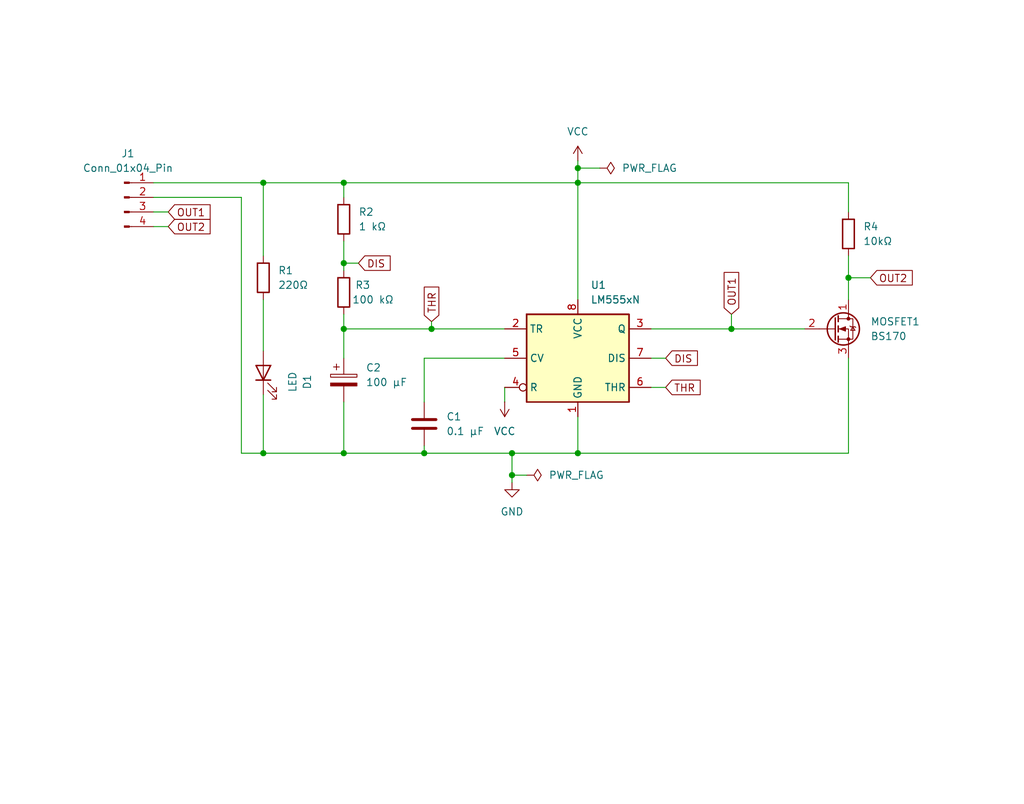
<source format=kicad_sch>
(kicad_sch (version 20231120) (generator "eeschema") (generator_version "8.0")
  (paper "User" 177.8 139.7)
  (title_block (title "555 Timer Circuit") (date "2025-01-15") (rev "V1") (company "Nandan R Pai") (comment 1 "NNM22AM033, Dept. of AIML"))
  (lib_symbols
    (symbol "Connector:Conn_01x04_Pin" (pin_names (offset 1.016) hide)
      (property "Reference" "J" (at 0 5.08 0))
      (property "Value" "Conn_01x04_Pin" (at 0 -7.62 0))
      (symbol "Conn_01x04_Pin_1_1"
        (polyline (pts (xy 1.27 -5.08) (xy 0.8636 -5.08)) (stroke (width 0.1524)))
        (polyline (pts (xy 1.27 -2.54) (xy 0.8636 -2.54)) (stroke (width 0.1524)))
        (polyline (pts (xy 1.27 0) (xy 0.8636 0)) (stroke (width 0.1524)))
        (polyline (pts (xy 1.27 2.54) (xy 0.8636 2.54)) (stroke (width 0.1524)))
        (rectangle (start 0.8636 -4.953) (end 0 -5.207) (stroke (width 0.1524)) (fill (type outline)))
        (rectangle (start 0.8636 -2.413) (end 0 -2.667) (stroke (width 0.1524)) (fill (type outline)))
        (rectangle (start 0.8636 0.127) (end 0 -0.127) (stroke (width 0.1524)) (fill (type outline)))
        (rectangle (start 0.8636 2.667) (end 0 2.413) (stroke (width 0.1524)) (fill (type outline)))
        (pin passive line (at 5.08 2.54 180) (length 3.81) (name "Pin_1") (number "1"))
        (pin passive line (at 5.08 0 180) (length 3.81) (name "Pin_2") (number "2"))
        (pin passive line (at 5.08 -2.54 180) (length 3.81) (name "Pin_3") (number "3"))
        (pin passive line (at 5.08 -5.08 180) (length 3.81) (name "Pin_4") (number "4"))
      )
    )
    (symbol "Device:C" (pin_numbers hide) (pin_names (offset 0.254))
      (property "Reference" "C" (at 0.635 2.54 0))
      (property "Value" "C" (at 0.635 -2.54 0))
      (symbol "C_0_1"
        (polyline (pts (xy -2.032 -0.762) (xy 2.032 -0.762)) (stroke (width 0.508)))
        (polyline (pts (xy -2.032 0.762) (xy 2.032 0.762)) (stroke (width 0.508)))
      )
      (symbol "C_1_1"
        (pin passive line (at 0 3.81 270) (length 2.794) (name "~") (number "1"))
        (pin passive line (at 0 -3.81 90) (length 2.794) (name "~") (number "2"))
      )
    )
    (symbol "Device:C_Polarized" (pin_numbers hide) (pin_names (offset 0.254))
      (property "Reference" "C" (at 0.635 2.54 0))
      (property "Value" "C_Polarized" (at 0.635 -2.54 0))
      (symbol "C_Polarized_0_1"
        (rectangle (start -2.286 0.508) (end 2.286 1.016))
        (polyline (pts (xy -1.778 2.286) (xy -0.762 2.286)))
        (polyline (pts (xy -1.27 2.794) (xy -1.27 1.778)))
        (rectangle (start 2.286 -0.508) (end -2.286 -1.016) (fill (type outline)))
      )
      (symbol "C_Polarized_1_1"
        (pin passive line (at 0 3.81 270) (length 2.794) (name "~") (number "1"))
        (pin passive line (at 0 -3.81 90) (length 2.794) (name "~") (number "2"))
      )
    )
    (symbol "Device:LED" (pin_numbers hide) (pin_names (offset 1.016) hide)
      (property "Reference" "D" (at 0 2.54 0))
      (property "Value" "LED" (at 0 -2.54 0))
      (symbol "LED_0_1"
        (polyline (pts (xy -1.27 -1.27) (xy -1.27 1.27)) (stroke (width 0.254)))
        (polyline (pts (xy -1.27 0) (xy 1.27 0)))
        (polyline (pts (xy 1.27 -1.27) (xy 1.27 1.27) (xy -1.27 0) (xy 1.27 -1.27)) (stroke (width 0.254)))
        (polyline (pts (xy -3.048 -0.762) (xy -4.572 -2.286) (xy -3.81 -2.286) (xy -4.572 -2.286) (xy -4.572 -1.524)))
        (polyline (pts (xy -1.778 -0.762) (xy -3.302 -2.286) (xy -2.54 -2.286) (xy -3.302 -2.286) (xy -3.302 -1.524)))
      )
      (symbol "LED_1_1"
        (pin passive line (at -3.81 0 0) (length 2.54) (name "K") (number "1"))
        (pin passive line (at 3.81 0 180) (length 2.54) (name "A") (number "2"))
      )
    )
    (symbol "Device:R" (pin_numbers hide) (pin_names (offset 0))
      (property "Reference" "R" (at 2.032 0 90))
      (property "Value" "R" (at 0 0 90))
      (symbol "R_0_1"
        (rectangle (start -1.016 -2.54) (end 1.016 2.54) (stroke (width 0.254)))
      )
      (symbol "R_1_1"
        (pin passive line (at 0 3.81 270) (length 1.27) (name "~") (number "1"))
        (pin passive line (at 0 -3.81 90) (length 1.27) (name "~") (number "2"))
      )
    )
    (symbol "Timer:LM555xN"
      (property "Reference" "U" (at -10.16 8.89 0))
      (property "Value" "LM555xN" (at 2.54 8.89 0))
      (symbol "LM555xN_0_0"
        (pin power_in line (at 0 -10.16 90) (length 2.54) (name "GND") (number "1"))
        (pin power_in line (at 0 10.16 270) (length 2.54) (name "VCC") (number "8"))
      )
      (symbol "LM555xN_0_1"
        (rectangle (start -8.89 -7.62) (end 8.89 7.62) (stroke (width 0.254)) (fill (type background)))
        (rectangle (start -8.89 -7.62) (end 8.89 7.62) (stroke (width 0.254)) (fill (type background)))
      )
      (symbol "LM555xN_1_1"
        (pin input line (at -12.7 5.08 0) (length 3.81) (name "TR") (number "2"))
        (pin output line (at 12.7 5.08 180) (length 3.81) (name "Q") (number "3"))
        (pin input inverted (at -12.7 -5.08 0) (length 3.81) (name "R") (number "4"))
        (pin input line (at -12.7 0 0) (length 3.81) (name "CV") (number "5"))
        (pin input line (at 12.7 -5.08 180) (length 3.81) (name "THR") (number "6"))
        (pin input line (at 12.7 0 180) (length 3.81) (name "DIS") (number "7"))
      )
    )
    (symbol "Transistor_FET:BS170" (pin_names hide)
      (property "Reference" "Q" (at 5.08 1.905 0))
      (property "Value" "BS170" (at 5.08 0 0))
      (symbol "BS170_0_1"
        (polyline (pts (xy 0.254 0) (xy -2.54 0)))
        (polyline (pts (xy 0.254 1.905) (xy 0.254 -1.905)) (stroke (width 0.254)))
        (polyline (pts (xy 0.762 -1.27) (xy 0.762 -2.286)) (stroke (width 0.254)))
        (polyline (pts (xy 0.762 0.508) (xy 0.762 -0.508)) (stroke (width 0.254)))
        (polyline (pts (xy 0.762 2.286) (xy 0.762 1.27)) (stroke (width 0.254)))
        (polyline (pts (xy 2.54 2.54) (xy 2.54 1.778)))
        (polyline (pts (xy 2.54 -2.54) (xy 2.54 0) (xy 0.762 0)))
        (polyline (pts (xy 0.762 -1.778) (xy 3.302 -1.778) (xy 3.302 1.778) (xy 0.762 1.778)))
        (polyline (pts (xy 1.016 0) (xy 2.032 0.381) (xy 2.032 -0.381) (xy 1.016 0)) (fill (type outline)))
        (polyline (pts (xy 2.794 0.508) (xy 2.921 0.381) (xy 3.683 0.381) (xy 3.81 0.254)))
        (polyline (pts (xy 3.302 0.381) (xy 2.921 -0.254) (xy 3.683 -0.254) (xy 3.302 0.381)))
        (circle (center 1.651 0) (radius 2.794) (stroke (width 0.254)))
        (circle (center 2.54 -1.778) (radius 0.254) (fill (type outline)))
        (circle (center 2.54 1.778) (radius 0.254) (fill (type outline)))
      )
      (symbol "BS170_1_1"
        (pin passive line (at 2.54 5.08 270) (length 2.54) (name "D") (number "1"))
        (pin input line (at -5.08 0 0) (length 2.54) (name "G") (number "2"))
        (pin passive line (at 2.54 -5.08 90) (length 2.54) (name "S") (number "3"))
      )
    )
    (symbol "power:GND" (power) (pin_numbers hide) (pin_names (offset 0) hide)
      (property "Value" "GND" (at 0 -3.81 0))
      (symbol "GND_0_1"
        (polyline (pts (xy 0 0) (xy 0 -1.27) (xy 1.27 -1.27) (xy 0 -2.54) (xy -1.27 -1.27) (xy 0 -1.27)))
      )
      (symbol "GND_1_1"
        (pin power_in line (at 0 0 270) (length 0) (name "~") (number "1"))
      )
    )
    (symbol "power:PWR_FLAG" (power) (pin_numbers hide) (pin_names (offset 0) hide)
      (property "Value" "PWR_FLAG" (at 0 3.81 0))
      (symbol "PWR_FLAG_0_0"
        (pin power_out line (at 0 0 90) (length 0) (name "~") (number "1"))
      )
      (symbol "PWR_FLAG_0_1"
        (polyline (pts (xy 0 0) (xy 0 1.27) (xy -1.016 1.905) (xy 0 2.54) (xy 1.016 1.905) (xy 0 1.27)))
      )
    )
    (symbol "power:VCC" (power) (pin_numbers hide) (pin_names (offset 0) hide)
      (property "Value" "VCC" (at 0 3.556 0))
      (symbol "VCC_0_1"
        (polyline (pts (xy -0.762 1.27) (xy 0 2.54)))
        (polyline (pts (xy 0 0) (xy 0 2.54)))
        (polyline (pts (xy 0 2.54) (xy 0.762 1.27)))
      )
      (symbol "VCC_1_1"
        (pin power_in line (at 0 0 90) (length 0) (name "~") (number "1"))
      )
    )
  )
  (junction (at 88.9 82.55))
  (junction (at 88.9 78.74))
  (junction (at 59.69 57.15))
  (junction (at 59.69 45.72))
  (junction (at 59.69 78.74))
  (junction (at 45.72 31.75))
  (junction (at 74.93 57.15))
  (junction (at 100.33 29.21))
  (junction (at 147.32 48.26))
  (junction (at 100.33 31.75))
  (junction (at 73.66 78.74))
  (junction (at 45.72 78.74))
  (junction (at 127 57.15))
  (junction (at 100.33 78.74))
  (junction (at 59.69 31.75))
  (wire (pts (xy 87.63 67.31) (xy 87.63 69.85)))
  (wire (pts (xy 147.32 44.45) (xy 147.32 48.26)))
  (wire (pts (xy 45.72 31.75) (xy 45.72 44.45)))
  (wire (pts (xy 59.69 31.75) (xy 100.33 31.75)))
  (wire (pts (xy 45.72 60.96) (xy 45.72 52.07)))
  (wire (pts (xy 100.33 78.74) (xy 147.32 78.74)))
  (wire (pts (xy 100.33 31.75) (xy 147.32 31.75)))
  (wire (pts (xy 113.03 57.15) (xy 127 57.15)))
  (wire (pts (xy 113.03 67.31) (xy 115.57 67.31)))
  (wire (pts (xy 45.72 68.58) (xy 45.72 78.74)))
  (wire (pts (xy 88.9 82.55) (xy 91.44 82.55)))
  (wire (pts (xy 147.32 62.23) (xy 147.32 78.74)))
  (wire (pts (xy 100.33 29.21) (xy 100.33 31.75)))
  (wire (pts (xy 100.33 29.21) (xy 104.14 29.21)))
  (wire (pts (xy 59.69 57.15) (xy 59.69 62.23)))
  (wire (pts (xy 59.69 54.61) (xy 59.69 57.15)))
  (wire (pts (xy 26.67 36.83) (xy 29.21 36.83)))
  (wire (pts (xy 73.66 62.23) (xy 87.63 62.23)))
  (wire (pts (xy 59.69 69.85) (xy 59.69 78.74)))
  (wire (pts (xy 100.33 31.75) (xy 100.33 52.07)))
  (wire (pts (xy 74.93 57.15) (xy 87.63 57.15)))
  (wire (pts (xy 147.32 48.26) (xy 147.32 52.07)))
  (wire (pts (xy 100.33 27.94) (xy 100.33 29.21)))
  (wire (pts (xy 88.9 78.74) (xy 88.9 82.55)))
  (wire (pts (xy 88.9 78.74) (xy 100.33 78.74)))
  (wire (pts (xy 26.67 39.37) (xy 29.21 39.37)))
  (wire (pts (xy 59.69 31.75) (xy 59.69 34.29)))
  (wire (pts (xy 147.32 48.26) (xy 151.13 48.26)))
  (wire (pts (xy 73.66 62.23) (xy 73.66 69.85)))
  (wire (pts (xy 127 57.15) (xy 139.7 57.15)))
  (wire (pts (xy 59.69 41.91) (xy 59.69 45.72)))
  (wire (pts (xy 73.66 77.47) (xy 73.66 78.74)))
  (wire (pts (xy 45.72 31.75) (xy 59.69 31.75)))
  (wire (pts (xy 45.72 78.74) (xy 59.69 78.74)))
  (wire (pts (xy 147.32 36.83) (xy 147.32 31.75)))
  (wire (pts (xy 41.91 78.74) (xy 45.72 78.74)))
  (wire (pts (xy 26.67 31.75) (xy 45.72 31.75)))
  (wire (pts (xy 113.03 62.23) (xy 115.57 62.23)))
  (wire (pts (xy 59.69 78.74) (xy 73.66 78.74)))
  (wire (pts (xy 41.91 34.29) (xy 41.91 78.74)))
  (wire (pts (xy 26.67 34.29) (xy 41.91 34.29)))
  (wire (pts (xy 88.9 82.55) (xy 88.9 83.82)))
  (wire (pts (xy 59.69 45.72) (xy 59.69 46.99)))
  (wire (pts (xy 127 54.61) (xy 127 57.15)))
  (wire (pts (xy 59.69 57.15) (xy 74.93 57.15)))
  (wire (pts (xy 59.69 45.72) (xy 62.23 45.72)))
  (wire (pts (xy 73.66 78.74) (xy 88.9 78.74)))
  (wire (pts (xy 100.33 78.74) (xy 100.33 72.39)))
  (wire (pts (xy 74.93 55.88) (xy 74.93 57.15)))
  (global_label "OUT2" (shape input) (at 29.21 39.37 0) (property "Intersheetrefs" "${INTERSHEET_REFS}" (effects (hide yes))))
  (global_label "DIS" (shape input) (at 115.57 62.23 0) (property "Intersheetrefs" "${INTERSHEET_REFS}" (effects (hide yes))))
  (global_label "OUT2" (shape input) (at 151.13 48.26 0) (property "Intersheetrefs" "${INTERSHEET_REFS}" (effects (hide yes))))
  (global_label "OUT1" (shape input) (at 29.21 36.83 0) (property "Intersheetrefs" "${INTERSHEET_REFS}" (effects (hide yes))))
  (global_label "DIS" (shape input) (at 62.23 45.72 0) (property "Intersheetrefs" "${INTERSHEET_REFS}" (effects (hide yes))))
  (global_label "OUT1" (shape input) (at 127 54.61 90) (property "Intersheetrefs" "${INTERSHEET_REFS}" (effects (hide yes))))
  (global_label "THR" (shape input) (at 74.93 55.88 90) (property "Intersheetrefs" "${INTERSHEET_REFS}" (effects (hide yes))))
  (global_label "THR" (shape input) (at 115.57 67.31 0) (property "Intersheetrefs" "${INTERSHEET_REFS}" (effects (hide yes))))
  (symbol (lib_id "Transistor_FET:BS170") (at 144.78 57.15 0) (unit 1)
    (property "Reference" "MOSFET1" (at 151.13 55.8799 0) (effects (justify left)))
    (property "Value" "BS170" (at 151.13 58.4199 0) (effects (justify left)))
    (property "Footprint" "Package_TO_SOT_THT:TO-92_Inline" (effects (hide yes)))
    (property "Datasheet" "https://www.onsemi.com/pub/Collateral/BS170-D.PDF" (effects (hide yes)))
    (property "Description" "0.5A Id, 60V Vds, N-Channel MOSFET, TO-92" (effects (hide yes)))
  )
  (symbol (lib_id "Device:C_Polarized") (at 59.69 66.04 0) (unit 1)
    (property "Reference" "C2" (at 63.5 63.8809 0) (effects (justify left)))
    (property "Value" "100 µF" (at 63.5 66.4209 0) (effects (justify left)))
    (property "Footprint" "Capacitor_THT:CP_Radial_Tantal_D5.0mm_P2.50mm" (effects (hide yes)))
    (property "Description" "Polarized capacitor" (effects (hide yes)))
  )
  (symbol (lib_id "Device:R") (at 59.69 50.8 180) (unit 1)
    (property "Reference" "R3" (at 62.992 49.53 0))
    (property "Value" "100 kΩ" (at 64.77 52.07 0))
    (property "Footprint" "Resistor_THT:R_Axial_DIN0204_L3.6mm_D1.6mm_P7.62mm_Horizontal" (effects (hide yes)))
    (property "Description" "Resistor" (effects (hide yes)))
  )
  (symbol (lib_id "power:VCC") (at 100.33 27.94 0) (unit 1)
    (property "Reference" "#PWR02" (effects (hide yes)))
    (property "Value" "VCC" (at 100.33 22.86 0))
    (property "Description" "Power symbol creates a global label with name \"VCC\"" (effects (hide yes)))
  )
  (symbol (lib_id "Device:R") (at 59.69 38.1 0) (unit 1)
    (property "Reference" "R2" (at 62.23 36.8299 0) (effects (justify left)))
    (property "Value" "1 kΩ" (at 62.23 39.3699 0) (effects (justify left)))
    (property "Footprint" "Resistor_THT:R_Axial_DIN0204_L3.6mm_D1.6mm_P7.62mm_Horizontal" (effects (hide yes)))
    (property "Description" "Resistor" (effects (hide yes)))
  )
  (symbol (lib_id "Device:R") (at 45.72 48.26 180) (unit 1)
    (property "Reference" "R1" (at 48.26 46.9899 0) (effects (justify right)))
    (property "Value" "220Ω" (at 48.26 49.5299 0) (effects (justify right)))
    (property "Footprint" "Resistor_THT:R_Axial_DIN0204_L3.6mm_D1.6mm_P7.62mm_Horizontal" (effects (hide yes)))
    (property "Description" "Resistor" (effects (hide yes)))
  )
  (symbol (lib_id "Device:R") (at 147.32 40.64 0) (unit 1)
    (property "Reference" "R4" (at 149.86 39.3699 0) (effects (justify left)))
    (property "Value" "10kΩ" (at 149.86 41.9099 0) (effects (justify left)))
    (property "Footprint" "Resistor_THT:R_Axial_DIN0204_L3.6mm_D1.6mm_P7.62mm_Horizontal" (effects (hide yes)))
    (property "Description" "Resistor" (effects (hide yes)))
  )
  (symbol (lib_id "Connector:Conn_01x04_Pin") (at 21.59 34.29 0) (unit 1)
    (property "Reference" "J1" (at 22.225 26.67 0))
    (property "Value" "Conn_01x04_Pin" (at 22.225 29.21 0))
    (property "Footprint" "Connector_PinSocket_2.54mm:PinSocket_1x04_P2.54mm_Vertical" (effects (hide yes)))
    (property "Description" "Generic connector, single row, 01x04, script generated" (effects (hide yes)))
  )
  (symbol (lib_id "Device:C") (at 73.66 73.66 180) (unit 1)
    (property "Reference" "C1" (at 77.47 72.3899 0) (effects (justify right)))
    (property "Value" "0.1 µF" (at 77.47 74.9299 0) (effects (justify right)))
    (property "Footprint" "Capacitor_THT:C_Disc_D5.0mm_W2.5mm_P5.00mm" (effects (hide yes)))
    (property "Description" "Unpolarized capacitor" (effects (hide yes)))
  )
  (symbol (lib_id "Timer:LM555xN") (at 100.33 62.23 0) (unit 1)
    (property "Reference" "U1" (at 102.5241 49.53 0) (effects (justify left)))
    (property "Value" "LM555xN" (at 102.5241 52.07 0) (effects (justify left)))
    (property "Footprint" "Package_DIP:DIP-8_W7.62mm" (effects (hide yes)))
    (property "Datasheet" "http://www.ti.com/lit/ds/symlink/lm555.pdf" (effects (hide yes)))
    (property "Description" "Timer, 555 compatible, PDIP-8" (effects (hide yes)))
  )
  (symbol (lib_id "power:GND") (at 88.9 83.82 0) (unit 1)
    (property "Reference" "#PWR01" (effects (hide yes)))
    (property "Value" "GND" (at 88.9 88.9 0))
    (property "Description" "Power symbol creates a global label with name \"GND\" , ground" (effects (hide yes)))
  )
  (symbol (lib_id "Device:LED") (at 45.72 64.77 90) (unit 1)
    (property "Reference" "D1" (at 53.34 66.3575 0))
    (property "Value" "LED" (at 50.8 66.3575 0))
    (property "Footprint" "LED_THT:LED_D3.0mm" (effects (hide yes)))
    (property "Description" "Light emitting diode" (effects (hide yes)))
  )
  (symbol (lib_id "power:VCC") (at 87.63 69.85 180) (unit 1)
    (property "Reference" "#PWR07" (effects (hide yes)))
    (property "Value" "VCC" (at 87.63 74.93 0))
    (property "Description" "Power symbol creates a global label with name \"VCC\"" (effects (hide yes)))
  )
  (symbol (lib_id "power:PWR_FLAG") (at 91.44 82.55 270) (unit 1)
    (property "Reference" "#FLG02" (effects (hide yes)))
    (property "Value" "PWR_FLAG" (at 95.25 82.5499 90) (effects (justify left)))
    (property "Description" "Special symbol for telling ERC where power comes from" (effects (hide yes)))
  )
  (symbol (lib_id "power:PWR_FLAG") (at 104.14 29.21 270) (unit 1)
    (property "Reference" "#FLG01" (effects (hide yes)))
    (property "Value" "PWR_FLAG" (at 107.95 29.2099 90) (effects (justify left)))
    (property "Description" "Special symbol for telling ERC where power comes from" (effects (hide yes)))
  )
)
</source>
